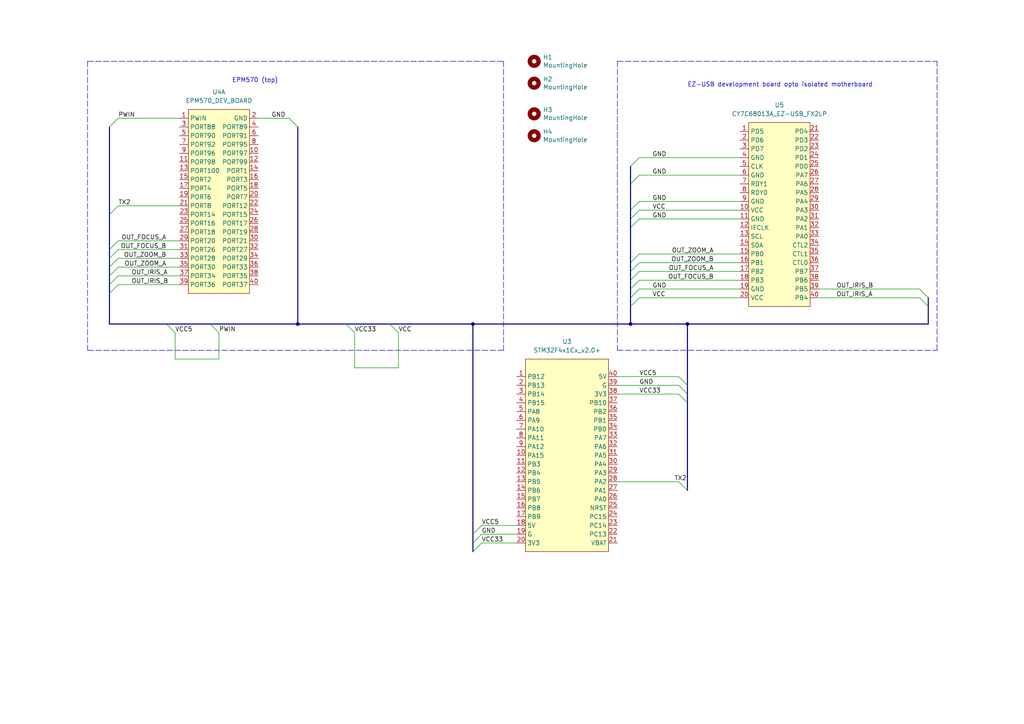
<source format=kicad_sch>
(kicad_sch (version 20211123) (generator eeschema)
  (paper "A4")
  (title_block (title "EPM570 hat for EZ-USB opto isolated motherboard"))
  (lib_symbols
    (symbol "LensRotaryDecoder:CY7C68013A_EZ-USB_FX2LP"
      (property "Reference" "U" (at 0 2.54 0))
      (property "Value" "CY7C68013A_EZ-USB_FX2LP" (at 0 0 0))
      (symbol "CY7C68013A_EZ-USB_FX2LP_0_1"
        (rectangle (start -10.16 -1.27) (end 7.62 -54.61) (fill (type background)))
      )
      (symbol "CY7C68013A_EZ-USB_FX2LP_1_1"
        (pin bidirectional line (at -12.7 -3.81 0) (length 2.54) (name "PD5") (number "1"))
        (pin bidirectional line (at -12.7 -26.67 0) (length 2.54) (name "VCC") (number "10"))
        (pin bidirectional line (at -12.7 -29.21 0) (length 2.54) (name "GND") (number "11"))
        (pin bidirectional line (at -12.7 -31.75 0) (length 2.54) (name "IFCLK") (number "12"))
        (pin bidirectional line (at -12.7 -34.29 0) (length 2.54) (name "SCL") (number "13"))
        (pin bidirectional line (at -12.7 -36.83 0) (length 2.54) (name "SDA") (number "14"))
        (pin bidirectional line (at -12.7 -39.37 0) (length 2.54) (name "PB0") (number "15"))
        (pin bidirectional line (at -12.7 -41.91 0) (length 2.54) (name "PB1") (number "16"))
        (pin bidirectional line (at -12.7 -44.45 0) (length 2.54) (name "PB2") (number "17"))
        (pin bidirectional line (at -12.7 -46.99 0) (length 2.54) (name "PB3") (number "18"))
        (pin bidirectional line (at -12.7 -49.53 0) (length 2.54) (name "GND") (number "19"))
        (pin bidirectional line (at -12.7 -6.35 0) (length 2.54) (name "PD6") (number "2"))
        (pin bidirectional line (at -12.7 -52.07 0) (length 2.54) (name "VCC") (number "20"))
        (pin bidirectional line (at 10.16 -3.81 180) (length 2.54) (name "PD4") (number "21"))
        (pin bidirectional line (at 10.16 -6.35 180) (length 2.54) (name "PD3") (number "22"))
        (pin bidirectional line (at 10.16 -8.89 180) (length 2.54) (name "PD2") (number "23"))
        (pin bidirectional line (at 10.16 -11.43 180) (length 2.54) (name "PD1") (number "24"))
        (pin bidirectional line (at 10.16 -13.97 180) (length 2.54) (name "PD0") (number "25"))
        (pin bidirectional line (at 10.16 -16.51 180) (length 2.54) (name "PA7") (number "26"))
        (pin bidirectional line (at 10.16 -19.05 180) (length 2.54) (name "PA6") (number "27"))
        (pin bidirectional line (at 10.16 -21.59 180) (length 2.54) (name "PA5") (number "28"))
        (pin bidirectional line (at 10.16 -24.13 180) (length 2.54) (name "PA4") (number "29"))
        (pin bidirectional line (at -12.7 -8.89 0) (length 2.54) (name "PD7") (number "3"))
        (pin bidirectional line (at 10.16 -26.67 180) (length 2.54) (name "PA3") (number "30"))
        (pin bidirectional line (at 10.16 -29.21 180) (length 2.54) (name "PA2") (number "31"))
        (pin bidirectional line (at 10.16 -31.75 180) (length 2.54) (name "PA1") (number "32"))
        (pin bidirectional line (at 10.16 -34.29 180) (length 2.54) (name "PA0") (number "33"))
        (pin bidirectional line (at 10.16 -36.83 180) (length 2.54) (name "CTL2") (number "34"))
        (pin bidirectional line (at 10.16 -39.37 180) (length 2.54) (name "CTL1") (number "35"))
        (pin bidirectional line (at 10.16 -41.91 180) (length 2.54) (name "CTL0") (number "36"))
        (pin bidirectional line (at 10.16 -44.45 180) (length 2.54) (name "PB7") (number "37"))
        (pin bidirectional line (at 10.16 -46.99 180) (length 2.54) (name "PB6") (number "38"))
        (pin bidirectional line (at 10.16 -49.53 180) (length 2.54) (name "PB5") (number "39"))
        (pin bidirectional line (at -12.7 -11.43 0) (length 2.54) (name "GND") (number "4"))
        (pin bidirectional line (at 10.16 -52.07 180) (length 2.54) (name "PB4") (number "40"))
        (pin bidirectional line (at -12.7 -13.97 0) (length 2.54) (name "CLK") (number "5"))
        (pin bidirectional line (at -12.7 -16.51 0) (length 2.54) (name "GND") (number "6"))
        (pin bidirectional line (at -12.7 -19.05 0) (length 2.54) (name "RDY1") (number "7"))
        (pin bidirectional line (at -12.7 -21.59 0) (length 2.54) (name "RDY0") (number "8"))
        (pin bidirectional line (at -12.7 -24.13 0) (length 2.54) (name "GND") (number "9"))
      )
    )
    (symbol "LensRotaryDecoder:EPM570_DEV_BOARD"
      (property "Reference" "U" (at 0 2.54 0))
      (property "Value" "EPM570_DEV_BOARD" (at 0 0 0))
      (symbol "EPM570_DEV_BOARD_0_1"
        (rectangle (start -8.89 -54.61) (end 8.89 -1.27) (fill (type background)))
      )
      (symbol "EPM570_DEV_BOARD_1_1"
        (pin power_in line (at -11.43 -3.81 0) (length 2.54) (name "PWIN") (number "1"))
        (pin bidirectional line (at 11.43 -13.97 180) (length 2.54) (name "PORT97") (number "10"))
        (pin bidirectional line (at -11.43 -16.51 0) (length 2.54) (name "PORT98") (number "11"))
        (pin bidirectional line (at 11.43 -16.51 180) (length 2.54) (name "PORT99") (number "12"))
        (pin bidirectional line (at -11.43 -19.05 0) (length 2.54) (name "PORT100") (number "13"))
        (pin bidirectional line (at 11.43 -19.05 180) (length 2.54) (name "PORT1") (number "14"))
        (pin bidirectional line (at -11.43 -21.59 0) (length 2.54) (name "PORT2") (number "15"))
        (pin bidirectional line (at 11.43 -21.59 180) (length 2.54) (name "PORT3") (number "16"))
        (pin bidirectional line (at -11.43 -24.13 0) (length 2.54) (name "PORT4") (number "17"))
        (pin bidirectional line (at 11.43 -24.13 180) (length 2.54) (name "PORT5") (number "18"))
        (pin bidirectional line (at -11.43 -26.67 0) (length 2.54) (name "PORT6") (number "19"))
        (pin passive line (at 11.43 -3.81 180) (length 2.54) (name "GND") (number "2"))
        (pin bidirectional line (at 11.43 -26.67 180) (length 2.54) (name "PORT7") (number "20"))
        (pin bidirectional line (at -11.43 -29.21 0) (length 2.54) (name "PORT8") (number "21"))
        (pin bidirectional line (at 11.43 -29.21 180) (length 2.54) (name "PORT12") (number "22"))
        (pin bidirectional line (at -11.43 -31.75 0) (length 2.54) (name "PORT14") (number "23"))
        (pin bidirectional line (at 11.43 -31.75 180) (length 2.54) (name "PORT15") (number "24"))
        (pin bidirectional line (at -11.43 -34.29 0) (length 2.54) (name "PORT16") (number "25"))
        (pin bidirectional line (at 11.43 -34.29 180) (length 2.54) (name "PORT17") (number "26"))
        (pin bidirectional line (at -11.43 -36.83 0) (length 2.54) (name "PORT18") (number "27"))
        (pin bidirectional line (at 11.43 -36.83 180) (length 2.54) (name "PORT19") (number "28"))
        (pin bidirectional line (at -11.43 -39.37 0) (length 2.54) (name "PORT20") (number "29"))
        (pin bidirectional line (at -11.43 -6.35 0) (length 2.54) (name "PORT88") (number "3"))
        (pin bidirectional line (at 11.43 -39.37 180) (length 2.54) (name "PORT21") (number "30"))
        (pin bidirectional line (at -11.43 -41.91 0) (length 2.54) (name "PORT26") (number "31"))
        (pin bidirectional line (at 11.43 -41.91 180) (length 2.54) (name "PORT27") (number "32"))
        (pin bidirectional line (at -11.43 -44.45 0) (length 2.54) (name "PORT28") (number "33"))
        (pin bidirectional line (at 11.43 -44.45 180) (length 2.54) (name "PORT29") (number "34"))
        (pin bidirectional line (at -11.43 -46.99 0) (length 2.54) (name "PORT30") (number "35"))
        (pin bidirectional line (at 11.43 -46.99 180) (length 2.54) (name "PORT33") (number "36"))
        (pin bidirectional line (at -11.43 -49.53 0) (length 2.54) (name "PORT34") (number "37"))
        (pin bidirectional line (at 11.43 -49.53 180) (length 2.54) (name "PORT35") (number "38"))
        (pin bidirectional line (at -11.43 -52.07 0) (length 2.54) (name "PORT36") (number "39"))
        (pin bidirectional line (at 11.43 -6.35 180) (length 2.54) (name "PORT89") (number "4"))
        (pin bidirectional line (at 11.43 -52.07 180) (length 2.54) (name "PORT37") (number "40"))
        (pin bidirectional line (at -11.43 -8.89 0) (length 2.54) (name "PORT90") (number "5"))
        (pin bidirectional line (at 11.43 -8.89 180) (length 2.54) (name "PORT91") (number "6"))
        (pin bidirectional line (at -11.43 -11.43 0) (length 2.54) (name "PORT92") (number "7"))
        (pin bidirectional line (at 11.43 -11.43 180) (length 2.54) (name "PORT95") (number "8"))
        (pin bidirectional line (at -11.43 -13.97 0) (length 2.54) (name "PORT96") (number "9"))
      )
      (symbol "EPM570_DEV_BOARD_2_1"
        (pin power_in line (at -11.43 -3.81 0) (length 2.54) (name "PWIN") (number "1"))
        (pin bidirectional line (at 11.43 -13.97 180) (length 2.54) (name "PORT78") (number "10"))
        (pin bidirectional line (at -11.43 -16.51 0) (length 2.54) (name "PORT77") (number "11"))
        (pin bidirectional line (at 11.43 -16.51 180) (length 2.54) (name "PORT76") (number "12"))
        (pin bidirectional line (at -11.43 -19.05 0) (length 2.54) (name "PORT75") (number "13"))
        (pin bidirectional line (at 11.43 -19.05 180) (length 2.54) (name "PORT74") (number "14"))
        (pin bidirectional line (at -11.43 -21.59 0) (length 2.54) (name "PORT73") (number "15"))
        (pin bidirectional line (at 11.43 -21.59 180) (length 2.54) (name "PORT72") (number "16"))
        (pin bidirectional line (at -11.43 -24.13 0) (length 2.54) (name "PORT71") (number "17"))
        (pin bidirectional line (at 11.43 -24.13 180) (length 2.54) (name "PORT70") (number "18"))
        (pin bidirectional line (at -11.43 -26.67 0) (length 2.54) (name "PORT69") (number "19"))
        (pin passive line (at 11.43 -3.81 180) (length 2.54) (name "GND") (number "2"))
        (pin bidirectional line (at 11.43 -26.67 180) (length 2.54) (name "PORT68") (number "20"))
        (pin bidirectional line (at -11.43 -29.21 0) (length 2.54) (name "PORT67") (number "21"))
        (pin bidirectional line (at 11.43 -29.21 180) (length 2.54) (name "PORT66") (number "22"))
        (pin bidirectional line (at -11.43 -31.75 0) (length 2.54) (name "PORT64") (number "23"))
        (pin bidirectional line (at 11.43 -31.75 180) (length 2.54) (name "PORT62") (number "24"))
        (pin bidirectional line (at -11.43 -34.29 0) (length 2.54) (name "PORT61") (number "25"))
        (pin bidirectional line (at 11.43 -34.29 180) (length 2.54) (name "PORT58") (number "26"))
        (pin bidirectional line (at -11.43 -36.83 0) (length 2.54) (name "PORT57") (number "27"))
        (pin bidirectional line (at 11.43 -36.83 180) (length 2.54) (name "PORT56") (number "28"))
        (pin bidirectional line (at -11.43 -39.37 0) (length 2.54) (name "PORT55") (number "29"))
        (pin bidirectional line (at -11.43 -6.35 0) (length 2.54) (name "PORT87") (number "3"))
        (pin bidirectional line (at 11.43 -39.37 180) (length 2.54) (name "PORT54") (number "30"))
        (pin bidirectional line (at -11.43 -41.91 0) (length 2.54) (name "PORT53") (number "31"))
        (pin bidirectional line (at 11.43 -41.91 180) (length 2.54) (name "PORT52") (number "32"))
        (pin bidirectional line (at -11.43 -44.45 0) (length 2.54) (name "PORT51") (number "33"))
        (pin bidirectional line (at 11.43 -44.45 180) (length 2.54) (name "PORT50") (number "34"))
        (pin bidirectional line (at -11.43 -46.99 0) (length 2.54) (name "PORT49") (number "35"))
        (pin bidirectional line (at 11.43 -46.99 180) (length 2.54) (name "PORT48") (number "36"))
        (pin bidirectional line (at -11.43 -49.53 0) (length 2.54) (name "PORT47") (number "37"))
        (pin bidirectional line (at 11.43 -49.53 180) (length 2.54) (name "PORT44") (number "38"))
        (pin bidirectional line (at -11.43 -52.07 0) (length 2.54) (name "PORT43") (number "39"))
        (pin bidirectional line (at 11.43 -6.35 180) (length 2.54) (name "PORT86") (number "4"))
        (pin bidirectional line (at 11.43 -52.07 180) (length 2.54) (name "PORT42") (number "40"))
        (pin bidirectional line (at -11.43 -8.89 0) (length 2.54) (name "PORT85") (number "5"))
        (pin bidirectional line (at 11.43 -8.89 180) (length 2.54) (name "PORT84") (number "6"))
        (pin bidirectional line (at -11.43 -11.43 0) (length 2.54) (name "PORT83") (number "7"))
        (pin bidirectional line (at 11.43 -11.43 180) (length 2.54) (name "PORT82") (number "8"))
        (pin bidirectional line (at -11.43 -13.97 0) (length 2.54) (name "PORT81") (number "9"))
      )
    )
    (symbol "Mechanical:MountingHole" (pin_names (offset 1.016))
      (property "Reference" "H" (at 0 5.08 0))
      (property "Value" "MountingHole" (at 0 3.175 0))
      (symbol "MountingHole_0_1"
        (circle (center 0 0) (radius 1.27) (stroke (width 1.27)))
      )
    )
    (symbol "New_Library:STM32F4x1Cx_v2.0+"
      (property "Reference" "U" (at 0 2.54 0))
      (property "Value" "STM32F4x1Cx_v2.0+" (at 1.27 -1.27 0))
      (symbol "STM32F4x1Cx_v2.0+_0_1"
        (rectangle (start -10.16 1.27) (end 13.97 -54.61) (fill (type background)))
      )
      (symbol "STM32F4x1Cx_v2.0+_1_1"
        (pin bidirectional line (at -12.7 -3.81 0) (length 2.54) (name "PB12") (number "1"))
        (pin bidirectional line (at -12.7 -26.67 0) (length 2.54) (name "PA15") (number "10"))
        (pin bidirectional line (at -12.7 -29.21 0) (length 2.54) (name "PB3") (number "11"))
        (pin bidirectional line (at -12.7 -31.75 0) (length 2.54) (name "PB4") (number "12"))
        (pin bidirectional line (at -12.7 -34.29 0) (length 2.54) (name "PB5") (number "13"))
        (pin bidirectional line (at -12.7 -36.83 0) (length 2.54) (name "PB6") (number "14"))
        (pin bidirectional line (at -12.7 -39.37 0) (length 2.54) (name "PB7") (number "15"))
        (pin bidirectional line (at -12.7 -41.91 0) (length 2.54) (name "PB8") (number "16"))
        (pin bidirectional line (at -12.7 -44.45 0) (length 2.54) (name "PB9") (number "17"))
        (pin power_out line (at -12.7 -46.99 0) (length 2.54) (name "5V") (number "18"))
        (pin passive line (at -12.7 -49.53 0) (length 2.54) (name "G") (number "19"))
        (pin bidirectional line (at -12.7 -6.35 0) (length 2.54) (name "PB13") (number "2"))
        (pin power_out line (at -12.7 -52.07 0) (length 2.54) (name "3V3") (number "20"))
        (pin input line (at 16.51 -52.07 180) (length 2.54) (name "VBAT") (number "21"))
        (pin bidirectional line (at 16.51 -49.53 180) (length 2.54) (name "PC13") (number "22"))
        (pin bidirectional line (at 16.51 -46.99 180) (length 2.54) (name "PC14") (number "23"))
        (pin bidirectional line (at 16.51 -44.45 180) (length 2.54) (name "PC15") (number "24"))
        (pin bidirectional line (at 16.51 -41.91 180) (length 2.54) (name "NRST") (number "25"))
        (pin bidirectional line (at 16.51 -39.37 180) (length 2.54) (name "PA0") (number "26"))
        (pin bidirectional line (at 16.51 -36.83 180) (length 2.54) (name "PA1") (number "27"))
        (pin bidirectional line (at 16.51 -34.29 180) (length 2.54) (name "PA2") (number "28"))
        (pin bidirectional line (at 16.51 -31.75 180) (length 2.54) (name "PA3") (number "29"))
        (pin bidirectional line (at -12.7 -8.89 0) (length 2.54) (name "PB14") (number "3"))
        (pin bidirectional line (at 16.51 -29.21 180) (length 2.54) (name "PA4") (number "30"))
        (pin bidirectional line (at 16.51 -26.67 180) (length 2.54) (name "PA5") (number "31"))
        (pin bidirectional line (at 16.51 -24.13 180) (length 2.54) (name "PA6") (number "32"))
        (pin bidirectional line (at 16.51 -21.59 180) (length 2.54) (name "PA7") (number "33"))
        (pin bidirectional line (at 16.51 -19.05 180) (length 2.54) (name "PB0") (number "34"))
        (pin bidirectional line (at 16.51 -16.51 180) (length 2.54) (name "PB1") (number "35"))
        (pin bidirectional line (at 16.51 -13.97 180) (length 2.54) (name "PB2") (number "36"))
        (pin bidirectional line (at 16.51 -11.43 180) (length 2.54) (name "PB10") (number "37"))
        (pin power_out line (at 16.51 -8.89 180) (length 2.54) (name "3V3") (number "38"))
        (pin passive line (at 16.51 -6.35 180) (length 2.54) (name "G") (number "39"))
        (pin bidirectional line (at -12.7 -11.43 0) (length 2.54) (name "PB15") (number "4"))
        (pin power_out line (at 16.51 -3.81 180) (length 2.54) (name "5V") (number "40"))
        (pin bidirectional line (at -12.7 -13.97 0) (length 2.54) (name "PA8") (number "5"))
        (pin bidirectional line (at -12.7 -16.51 0) (length 2.54) (name "PA9") (number "6"))
        (pin bidirectional line (at -12.7 -19.05 0) (length 2.54) (name "PA10") (number "7"))
        (pin bidirectional line (at -12.7 -21.59 0) (length 2.54) (name "PA11") (number "8"))
        (pin bidirectional line (at -12.7 -24.13 0) (length 2.54) (name "PA12") (number "9"))
      )
    )
  )
  (junction (at 199.39 93.98))
  (junction (at 182.88 93.98))
  (junction (at 137.16 93.98))
  (junction (at 86.36 93.98))
  (bus_entry (at 182.88 48.26) (size 2.54 -2.54))
  (bus_entry (at 182.88 53.34) (size 2.54 -2.54))
  (bus_entry (at 182.88 60.96) (size 2.54 -2.54))
  (bus_entry (at 182.88 63.5) (size 2.54 -2.54))
  (bus_entry (at 182.88 66.04) (size 2.54 -2.54))
  (bus_entry (at 182.88 76.2) (size 2.54 -2.54))
  (bus_entry (at 31.75 85.09) (size 2.54 -2.54))
  (bus_entry (at 31.75 77.47) (size 2.54 -2.54))
  (bus_entry (at 31.75 80.01) (size 2.54 -2.54))
  (bus_entry (at 31.75 82.55) (size 2.54 -2.54))
  (bus_entry (at 100.33 93.98) (size 2.54 2.54))
  (bus_entry (at 60.96 93.98) (size 2.54 2.54))
  (bus_entry (at 31.75 36.83) (size 2.54 -2.54))
  (bus_entry (at 48.26 93.98) (size 2.54 2.54))
  (bus_entry (at 182.88 88.9) (size 2.54 -2.54))
  (bus_entry (at 182.88 86.36) (size 2.54 -2.54))
  (bus_entry (at 182.88 83.82) (size 2.54 -2.54))
  (bus_entry (at 266.7 86.36) (size 2.54 2.54))
  (bus_entry (at 266.7 83.82) (size 2.54 2.54))
  (bus_entry (at 182.88 78.74) (size 2.54 -2.54))
  (bus_entry (at 182.88 81.28) (size 2.54 -2.54))
  (bus_entry (at 137.16 157.48) (size 2.54 -2.54))
  (bus_entry (at 137.16 154.94) (size 2.54 -2.54))
  (bus_entry (at 137.16 160.02) (size 2.54 -2.54))
  (bus_entry (at 196.85 111.76) (size 2.54 2.54))
  (bus_entry (at 196.85 114.3) (size 2.54 2.54))
  (bus_entry (at 196.85 109.22) (size 2.54 2.54))
  (bus_entry (at 31.75 74.93) (size 2.54 -2.54))
  (bus_entry (at 31.75 72.39) (size 2.54 -2.54))
  (bus_entry (at 113.03 93.98) (size 2.54 2.54))
  (bus_entry (at 196.85 139.7) (size 2.54 2.54))
  (bus_entry (at 31.75 62.23) (size 2.54 -2.54))
  (bus_entry (at 86.36 36.83) (size -2.54 -2.54))
  (bus (pts (xy 48.26 93.98) (xy 60.96 93.98)))
  (wire (pts (xy 185.42 63.5) (xy 214.63 63.5)))
  (polyline (pts (xy 179.07 17.78) (xy 179.07 101.6)))
  (bus (pts (xy 199.39 111.76) (xy 199.39 114.3)))
  (wire (pts (xy 237.49 86.36) (xy 266.7 86.36)))
  (bus (pts (xy 199.39 93.98) (xy 269.24 93.98)))
  (polyline (pts (xy 25.4 17.78) (xy 25.4 101.6)))
  (bus (pts (xy 182.88 76.2) (xy 182.88 78.74)))
  (wire (pts (xy 102.87 96.52) (xy 102.87 106.68)))
  (bus (pts (xy 31.75 72.39) (xy 31.75 74.93)))
  (bus (pts (xy 31.75 36.83) (xy 31.75 62.23)))
  (bus (pts (xy 31.75 82.55) (xy 31.75 85.09)))
  (bus (pts (xy 31.75 74.93) (xy 31.75 77.47)))
  (wire (pts (xy 185.42 60.96) (xy 214.63 60.96)))
  (bus (pts (xy 182.88 66.04) (xy 182.88 76.2)))
  (bus (pts (xy 182.88 88.9) (xy 182.88 93.98)))
  (wire (pts (xy 139.7 152.4) (xy 149.86 152.4)))
  (bus (pts (xy 86.36 36.83) (xy 86.36 93.98)))
  (wire (pts (xy 74.93 34.29) (xy 83.82 34.29)))
  (wire (pts (xy 185.42 50.8) (xy 214.63 50.8)))
  (bus (pts (xy 182.88 93.98) (xy 199.39 93.98)))
  (bus (pts (xy 137.16 157.48) (xy 137.16 160.02)))
  (wire (pts (xy 34.29 72.39) (xy 52.07 72.39)))
  (bus (pts (xy 137.16 93.98) (xy 137.16 154.94)))
  (bus (pts (xy 31.75 80.01) (xy 31.75 82.55)))
  (bus (pts (xy 31.75 77.47) (xy 31.75 80.01)))
  (wire (pts (xy 63.5 96.52) (xy 63.5 104.14)))
  (wire (pts (xy 237.49 83.82) (xy 266.7 83.82)))
  (wire (pts (xy 179.07 139.7) (xy 196.85 139.7)))
  (wire (pts (xy 34.29 82.55) (xy 52.07 82.55)))
  (wire (pts (xy 115.57 96.52) (xy 115.57 106.68)))
  (wire (pts (xy 34.29 80.01) (xy 52.07 80.01)))
  (bus (pts (xy 182.88 60.96) (xy 182.88 63.5)))
  (polyline (pts (xy 25.4 17.78) (xy 146.05 17.78)))
  (bus (pts (xy 182.88 86.36) (xy 182.88 88.9)))
  (bus (pts (xy 199.39 93.98) (xy 199.39 111.76)))
  (wire (pts (xy 185.42 76.2) (xy 214.63 76.2)))
  (wire (pts (xy 179.07 109.22) (xy 196.85 109.22)))
  (bus (pts (xy 137.16 93.98) (xy 182.88 93.98)))
  (bus (pts (xy 182.88 83.82) (xy 182.88 86.36)))
  (wire (pts (xy 179.07 114.3) (xy 196.85 114.3)))
  (bus (pts (xy 60.96 93.98) (xy 86.36 93.98)))
  (wire (pts (xy 34.29 77.47) (xy 52.07 77.47)))
  (wire (pts (xy 185.42 45.72) (xy 214.63 45.72)))
  (wire (pts (xy 179.07 111.76) (xy 196.85 111.76)))
  (wire (pts (xy 139.7 154.94) (xy 149.86 154.94)))
  (bus (pts (xy 182.88 78.74) (xy 182.88 81.28)))
  (wire (pts (xy 34.29 34.29) (xy 52.07 34.29)))
  (bus (pts (xy 113.03 93.98) (xy 100.33 93.98)))
  (wire (pts (xy 185.42 83.82) (xy 214.63 83.82)))
  (wire (pts (xy 34.29 59.69) (xy 52.07 59.69)))
  (wire (pts (xy 185.42 73.66) (xy 214.63 73.66)))
  (wire (pts (xy 185.42 78.74) (xy 214.63 78.74)))
  (wire (pts (xy 185.42 86.36) (xy 214.63 86.36)))
  (polyline (pts (xy 146.05 17.78) (xy 146.05 101.6)))
  (wire (pts (xy 102.87 106.68) (xy 115.57 106.68)))
  (bus (pts (xy 269.24 93.98) (xy 269.24 88.9)))
  (wire (pts (xy 50.8 104.14) (xy 63.5 104.14)))
  (polyline (pts (xy 146.05 101.6) (xy 25.4 101.6)))
  (bus (pts (xy 31.75 93.98) (xy 48.26 93.98)))
  (wire (pts (xy 50.8 96.52) (xy 50.8 104.14)))
  (wire (pts (xy 185.42 58.42) (xy 214.63 58.42)))
  (bus (pts (xy 113.03 93.98) (xy 137.16 93.98)))
  (polyline (pts (xy 179.07 101.6) (xy 271.78 101.6)))
  (bus (pts (xy 182.88 53.34) (xy 182.88 60.96)))
  (wire (pts (xy 185.42 81.28) (xy 214.63 81.28)))
  (bus (pts (xy 199.39 114.3) (xy 199.39 116.84)))
  (bus (pts (xy 182.88 81.28) (xy 182.88 83.82)))
  (wire (pts (xy 34.29 69.85) (xy 52.07 69.85)))
  (wire (pts (xy 139.7 157.48) (xy 149.86 157.48)))
  (bus (pts (xy 199.39 116.84) (xy 199.39 142.24)))
  (bus (pts (xy 182.88 48.26) (xy 182.88 53.34)))
  (bus (pts (xy 86.36 93.98) (xy 100.33 93.98)))
  (wire (pts (xy 34.29 74.93) (xy 52.07 74.93)))
  (bus (pts (xy 31.75 85.09) (xy 31.75 93.98)))
  (bus (pts (xy 269.24 88.9) (xy 269.24 86.36)))
  (bus (pts (xy 137.16 154.94) (xy 137.16 157.48)))
  (bus (pts (xy 31.75 62.23) (xy 31.75 72.39)))
  (polyline (pts (xy 271.78 101.6) (xy 271.78 17.78)))
  (polyline (pts (xy 179.07 17.78) (xy 271.78 17.78)))
  (bus (pts (xy 182.88 63.5) (xy 182.88 66.04)))
  (text "EZ-USB development board opto isolated motherboard" (at 199.39 25.4 0) (effects (font (size 1.27 1.27)) (justify left bottom)))
  (text "EPM570 (top)" (at 67.31 24.13 0) (effects (font (size 1.27 1.27)) (justify left bottom)))
  (label "OUT_ZOOM_B" (at 48.26 74.93 180))
  (label "TX2" (at 195.58 139.7 0))
  (label "OUT_IRIS_A" (at 242.57 86.36 0))
  (label "OUT_FOCUS_B" (at 207.01 81.28 180))
  (label "OUT_FOCUS_A" (at 48.26 69.85 180))
  (label "GND" (at 189.23 45.72 0))
  (label "OUT_FOCUS_A" (at 207.01 78.74 180))
  (label "GND" (at 189.23 58.42 0))
  (label "GND" (at 185.42 111.76 0))
  (label "VCC5" (at 50.8 96.52 0))
  (label "TX2" (at 34.29 59.69 0))
  (label "PWIN" (at 63.5 96.52 0))
  (label "OUT_FOCUS_B" (at 48.26 72.39 180))
  (label "OUT_ZOOM_A" (at 48.26 77.47 180))
  (label "GND" (at 139.7 154.94 0))
  (label "OUT_IRIS_B" (at 38.1 82.55 0))
  (label "VCC" (at 115.57 96.52 0))
  (label "VCC5" (at 139.7 152.4 0))
  (label "GND" (at 189.23 83.82 0))
  (label "VCC33" (at 102.87 96.52 0))
  (label "VCC5" (at 185.42 109.22 0))
  (label "VCC33" (at 139.7 157.48 0))
  (label "GND" (at 78.74 34.29 0))
  (label "PWIN" (at 34.29 34.29 0))
  (label "OUT_ZOOM_A" (at 207.01 73.66 180))
  (label "VCC" (at 189.23 86.36 0))
  (label "OUT_IRIS_A" (at 38.1 80.01 0))
  (label "VCC" (at 189.23 60.96 0))
  (label "OUT_ZOOM_B" (at 207.01 76.2 180))
  (label "VCC33" (at 185.42 114.3 0))
  (label "OUT_IRIS_B" (at 242.57 83.82 0))
  (label "GND" (at 189.23 50.8 0))
  (label "GND" (at 189.23 63.5 0))
  (symbol (lib_id "Mechanical:MountingHole") (at 154.94 24.13 0) (unit 1)
    (property "Reference" "H2" (at 157.48 22.9616 0) (effects (justify left)))
    (property "Value" "MountingHole" (at 157.48 25.273 0) (effects (justify left)))
    (property "Footprint" "MountingHole:MountingHole_3.2mm_M3" (effects hide))
  )
  (symbol (lib_id "Mechanical:MountingHole") (at 154.94 33.02 0) (unit 1)
    (property "Reference" "H3" (at 157.48 31.8516 0) (effects (justify left)))
    (property "Value" "MountingHole" (at 157.48 34.163 0) (effects (justify left)))
    (property "Footprint" "MountingHole:MountingHole_3.2mm_M3" (effects hide))
  )
  (symbol (lib_id "New_Library:STM32F4x1Cx_v2.0+") (at 162.56 105.41 0) (unit 1)
    (property "Reference" "U3" (at 164.465 99.06 0))
    (property "Value" "STM32F4x1Cx_v2.0+" (at 164.465 101.6 0))
    (property "Footprint" "Package_DIP:DIP-40_W15.24mm_LongPads" (effects hide))
  )
  (symbol (lib_id "Mechanical:MountingHole") (at 154.94 17.78 0) (unit 1)
    (property "Reference" "H1" (at 157.48 16.6116 0) (effects (justify left)))
    (property "Value" "MountingHole" (at 157.48 18.923 0) (effects (justify left)))
    (property "Footprint" "MountingHole:MountingHole_3.2mm_M3" (effects hide))
  )
  (symbol (lib_id "Mechanical:MountingHole") (at 154.94 39.37 0) (unit 1)
    (property "Reference" "H4" (at 157.48 38.2016 0) (effects (justify left)))
    (property "Value" "MountingHole" (at 157.48 40.513 0) (effects (justify left)))
    (property "Footprint" "MountingHole:MountingHole_3.2mm_M3" (effects hide))
  )
  (symbol (lib_id "LensRotaryDecoder:EPM570_DEV_BOARD") (at 63.5 30.48 0) (unit 1)
    (property "Reference" "U4" (at 63.5 26.67 0))
    (property "Value" "EPM570_DEV_BOARD" (at 63.5 29.21 0))
    (property "Footprint" "LensRotaryDecoder:EPM570_DEV_BOARD_WEAK" (effects hide))
  )
  (symbol (lib_id "LensRotaryDecoder:CY7C68013A_EZ-USB_FX2LP") (at 227.33 34.29 0) (unit 1)
    (property "Reference" "U5" (at 226.06 30.48 0))
    (property "Value" "CY7C68013A_EZ-USB_FX2LP" (at 226.06 33.02 0))
    (property "Footprint" "LensRotaryDecoder:CY7C68013A_EZ-USB_FX2LP_WEAK" (effects hide))
  )
)
</source>
